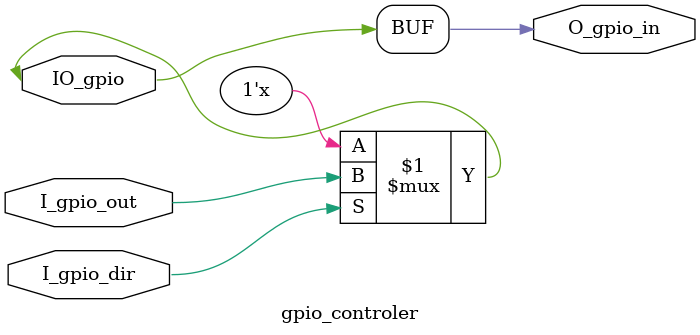
<source format=v>
module gpio_controler (
    output wire   O_gpio_in,
    input wire    I_gpio_dir,  ///1'b0: input , 1'b1: output
    input wire    I_gpio_out,

    inout wire    IO_gpio
);


    assign IO_gpio = I_gpio_dir ? I_gpio_out : 1'bz;

    assign O_gpio_in = IO_gpio;
    
endmodule
</source>
